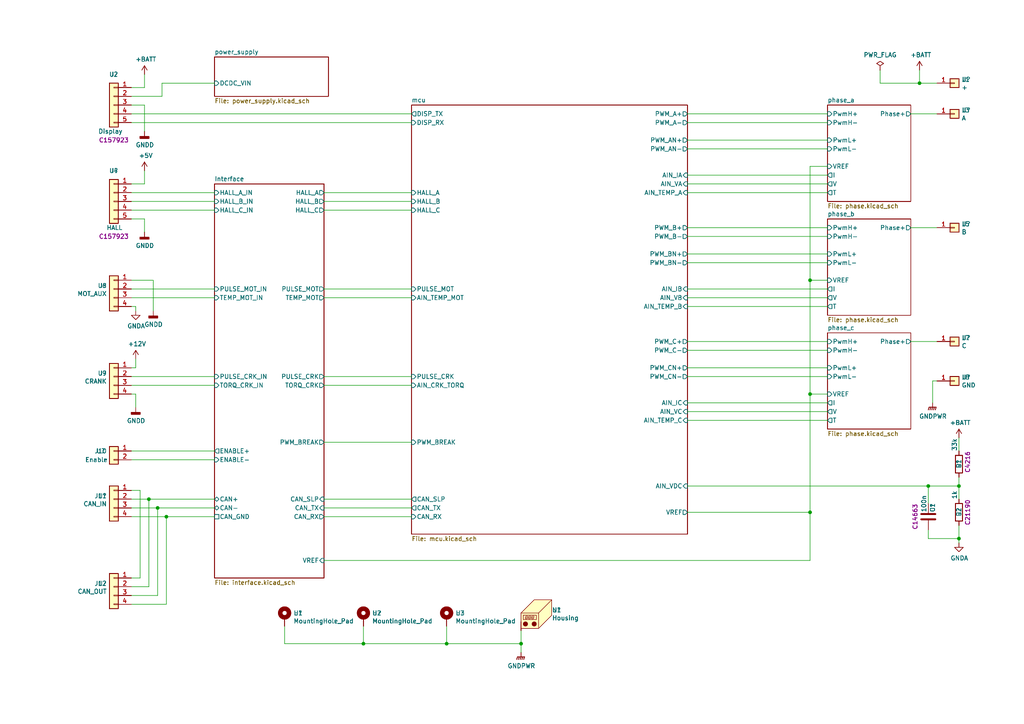
<source format=kicad_sch>
(kicad_sch (version 20211123) (generator eeschema)
  (paper "A4")
  (title_block (title "UNIMOC Hardware 4850") (date "2021-03-28") (rev "2") (company "Thunderdrive GmbH") (comment 4 "Autor: Alexander Evers <tecnologic86@gmail.com>"))
  (lib_symbols
    (symbol "Connector_Generic:Conn_01x01" (pin_names (offset 1.016) hide)
      (property "Reference" "J" (at 0 2.54 0))
      (property "Value" "Conn_01x01" (at 0 -2.54 0))
      (symbol "Conn_01x01_1_1"
        (rectangle (start -1.27 0.127) (end 0 -0.127) (stroke (width 0.1524)))
        (rectangle (start -1.27 1.27) (end 1.27 -1.27) (stroke (width 0.254)) (fill (type background)))
        (pin passive line (at -5.08 0 0) (length 3.81) (name "Pin_1") (number "1"))
      )
    )
    (symbol "Connector_Generic:Conn_01x02" (pin_names (offset 1.016) hide)
      (property "Reference" "J" (at 0 2.54 0))
      (property "Value" "Conn_01x02" (at 0 -5.08 0))
      (symbol "Conn_01x02_1_1"
        (rectangle (start -1.27 -2.413) (end 0 -2.667) (stroke (width 0.1524)))
        (rectangle (start -1.27 0.127) (end 0 -0.127) (stroke (width 0.1524)))
        (rectangle (start -1.27 1.27) (end 1.27 -3.81) (stroke (width 0.254)) (fill (type background)))
        (pin passive line (at -5.08 0 0) (length 3.81) (name "Pin_1") (number "1"))
        (pin passive line (at -5.08 -2.54 0) (length 3.81) (name "Pin_2") (number "2"))
      )
    )
    (symbol "Connector_Generic:Conn_01x04" (pin_names (offset 1.016) hide)
      (property "Reference" "J" (at 0 5.08 0))
      (property "Value" "Conn_01x04" (at 0 -7.62 0))
      (symbol "Conn_01x04_1_1"
        (rectangle (start -1.27 -4.953) (end 0 -5.207) (stroke (width 0.1524)))
        (rectangle (start -1.27 -2.413) (end 0 -2.667) (stroke (width 0.1524)))
        (rectangle (start -1.27 0.127) (end 0 -0.127) (stroke (width 0.1524)))
        (rectangle (start -1.27 2.667) (end 0 2.413) (stroke (width 0.1524)))
        (rectangle (start -1.27 3.81) (end 1.27 -6.35) (stroke (width 0.254)) (fill (type background)))
        (pin passive line (at -5.08 2.54 0) (length 3.81) (name "Pin_1") (number "1"))
        (pin passive line (at -5.08 0 0) (length 3.81) (name "Pin_2") (number "2"))
        (pin passive line (at -5.08 -2.54 0) (length 3.81) (name "Pin_3") (number "3"))
        (pin passive line (at -5.08 -5.08 0) (length 3.81) (name "Pin_4") (number "4"))
      )
    )
    (symbol "Connector_Generic:Conn_01x05" (pin_names (offset 1.016) hide)
      (property "Reference" "J" (at 0 7.62 0))
      (property "Value" "Conn_01x05" (at 0 -7.62 0))
      (symbol "Conn_01x05_1_1"
        (rectangle (start -1.27 -4.953) (end 0 -5.207) (stroke (width 0.1524)))
        (rectangle (start -1.27 -2.413) (end 0 -2.667) (stroke (width 0.1524)))
        (rectangle (start -1.27 0.127) (end 0 -0.127) (stroke (width 0.1524)))
        (rectangle (start -1.27 2.667) (end 0 2.413) (stroke (width 0.1524)))
        (rectangle (start -1.27 5.207) (end 0 4.953) (stroke (width 0.1524)))
        (rectangle (start -1.27 6.35) (end 1.27 -6.35) (stroke (width 0.254)) (fill (type background)))
        (pin passive line (at -5.08 5.08 0) (length 3.81) (name "Pin_1") (number "1"))
        (pin passive line (at -5.08 2.54 0) (length 3.81) (name "Pin_2") (number "2"))
        (pin passive line (at -5.08 0 0) (length 3.81) (name "Pin_3") (number "3"))
        (pin passive line (at -5.08 -2.54 0) (length 3.81) (name "Pin_4") (number "4"))
        (pin passive line (at -5.08 -5.08 0) (length 3.81) (name "Pin_5") (number "5"))
      )
    )
    (symbol "Device:C" (pin_numbers hide) (pin_names (offset 0.254))
      (property "Reference" "C" (at 0.635 2.54 0))
      (property "Value" "C" (at 0.635 -2.54 0))
      (symbol "C_0_1"
        (polyline (pts (xy -2.032 -0.762) (xy 2.032 -0.762)) (stroke (width 0.508)))
        (polyline (pts (xy -2.032 0.762) (xy 2.032 0.762)) (stroke (width 0.508)))
      )
      (symbol "C_1_1"
        (pin passive line (at 0 3.81 270) (length 2.794) (name "~") (number "1"))
        (pin passive line (at 0 -3.81 90) (length 2.794) (name "~") (number "2"))
      )
    )
    (symbol "Device:R" (pin_numbers hide) (pin_names (offset 0))
      (property "Reference" "R" (at 2.032 0 90))
      (property "Value" "R" (at 0 0 90))
      (symbol "R_0_1"
        (rectangle (start -1.016 -2.54) (end 1.016 2.54) (stroke (width 0.254)))
      )
      (symbol "R_1_1"
        (pin passive line (at 0 3.81 270) (length 1.27) (name "~") (number "1"))
        (pin passive line (at 0 -3.81 90) (length 1.27) (name "~") (number "2"))
      )
    )
    (symbol "Mechanical:Housing_Pad" (pin_numbers hide) (pin_names (offset 1.016) hide)
      (property "Reference" "N" (at 4.445 0 0))
      (property "Value" "Housing_Pad" (at 4.445 -1.905 0))
      (symbol "Housing_Pad_0_1"
        (rectangle (start -4.445 -0.635) (end -0.635 -1.905))
        (circle (center -3.81 -3.175) (radius 0.635) (fill (type outline)))
        (circle (center -1.27 -3.175) (radius 0.635) (fill (type outline)))
        (polyline (pts (xy -3.8862 -1.5748) (xy -3.8354 -1.3716)))
        (polyline (pts (xy -3.7846 -1.6764) (xy -3.429 -1.6764)))
        (polyline (pts (xy -3.7846 -1.2192) (xy -3.7338 -0.9652)))
        (polyline (pts (xy -3.683 -1.3208) (xy -3.3782 -1.3208)))
        (polyline (pts (xy -3.5814 -0.9144) (xy -3.2766 -0.9144)))
        (polyline (pts (xy -3.2766 -1.6256) (xy -3.2258 -1.3716)))
        (polyline (pts (xy -3.175 -1.2192) (xy -3.1242 -0.9652)))
        (polyline (pts (xy -2.9718 -1.5748) (xy -2.921 -1.3716)))
        (polyline (pts (xy -2.8702 -1.6764) (xy -2.5146 -1.6764)))
        (polyline (pts (xy -2.8702 -1.2192) (xy -2.8194 -0.9652)))
        (polyline (pts (xy -2.7686 -1.3208) (xy -2.4638 -1.3208)))
        (polyline (pts (xy -2.667 -0.9144) (xy -2.3622 -0.9144)))
        (polyline (pts (xy -2.3622 -1.6256) (xy -2.3114 -1.3716)))
        (polyline (pts (xy -2.2606 -1.2192) (xy -2.2098 -0.9652)))
        (polyline (pts (xy -2.0574 -1.5748) (xy -2.0066 -1.3716)))
        (polyline (pts (xy -1.9558 -1.6764) (xy -1.6002 -1.6764)))
        (polyline (pts (xy -1.9558 -1.2192) (xy -1.905 -0.9652)))
        (polyline (pts (xy -1.8542 -1.3208) (xy -1.5494 -1.3208)))
        (polyline (pts (xy -1.7526 -0.9144) (xy -1.4478 -0.9144)))
        (polyline (pts (xy -1.4478 -1.6256) (xy -1.397 -1.3716)))
        (polyline (pts (xy -1.3462 -1.2192) (xy -1.2954 -0.9652)))
        (polyline (pts (xy 0 0) (xy 0 -4.445)))
        (polyline (pts (xy -5.08 0) (xy 0 0) (xy 3.81 3.81)))
        (polyline (pts (xy -5.08 0) (xy -5.08 -4.445) (xy 0 -4.445) (xy 3.81 -0.635) (xy 3.81 3.81) (xy -1.27 3.81) (xy -5.08 0)) (fill (type background)))
      )
      (symbol "Housing_Pad_1_1"
        (pin input line (at -5.08 -5.08 90) (length 2.54) (name "PAD") (number "1"))
      )
    )
    (symbol "Mechanical:MountingHole_Pad" (pin_numbers hide) (pin_names (offset 1.016) hide)
      (property "Reference" "H" (at 0 6.35 0))
      (property "Value" "MountingHole_Pad" (at 0 4.445 0))
      (symbol "MountingHole_Pad_0_1"
        (circle (center 0 1.27) (radius 1.27) (stroke (width 1.27)))
      )
      (symbol "MountingHole_Pad_1_1"
        (pin input line (at 0 -2.54 90) (length 2.54) (name "1") (number "1"))
      )
    )
    (symbol "power:+12V" (power) (pin_names (offset 0))
      (property "Value" "+12V" (at 0 3.556 0))
      (symbol "+12V_0_1"
        (polyline (pts (xy -0.762 1.27) (xy 0 2.54)))
        (polyline (pts (xy 0 0) (xy 0 2.54)))
        (polyline (pts (xy 0 2.54) (xy 0.762 1.27)))
      )
      (symbol "+12V_1_1"
        (pin power_in line (at 0 0 90) (length 0) hide (name "+12V") (number "1"))
      )
    )
    (symbol "power:+5V" (power) (pin_names (offset 0))
      (property "Value" "+5V" (at 0 3.556 0))
      (symbol "+5V_0_1"
        (polyline (pts (xy -0.762 1.27) (xy 0 2.54)))
        (polyline (pts (xy 0 0) (xy 0 2.54)))
        (polyline (pts (xy 0 2.54) (xy 0.762 1.27)))
      )
      (symbol "+5V_1_1"
        (pin power_in line (at 0 0 90) (length 0) hide (name "+5V") (number "1"))
      )
    )
    (symbol "power:+BATT" (power) (pin_names (offset 0))
      (property "Value" "+BATT" (at 0 3.556 0))
      (symbol "+BATT_0_1"
        (polyline (pts (xy -0.762 1.27) (xy 0 2.54)))
        (polyline (pts (xy 0 0) (xy 0 2.54)))
        (polyline (pts (xy 0 2.54) (xy 0.762 1.27)))
      )
      (symbol "+BATT_1_1"
        (pin power_in line (at 0 0 90) (length 0) hide (name "+BATT") (number "1"))
      )
    )
    (symbol "power:GNDA" (power) (pin_names (offset 0))
      (property "Value" "GNDA" (at 0 -3.81 0))
      (symbol "GNDA_0_1"
        (polyline (pts (xy 0 0) (xy 0 -1.27) (xy 1.27 -1.27) (xy 0 -2.54) (xy -1.27 -1.27) (xy 0 -1.27)))
      )
      (symbol "GNDA_1_1"
        (pin power_in line (at 0 0 270) (length 0) hide (name "GNDA") (number "1"))
      )
    )
    (symbol "power:GNDD" (power) (pin_names (offset 0))
      (property "Value" "GNDD" (at 0 -3.175 0))
      (symbol "GNDD_0_1"
        (rectangle (start -1.27 -1.524) (end 1.27 -2.032) (stroke (width 0.254)) (fill (type outline)))
        (polyline (pts (xy 0 0) (xy 0 -1.524)))
      )
      (symbol "GNDD_1_1"
        (pin power_in line (at 0 0 270) (length 0) hide (name "GNDD") (number "1"))
      )
    )
    (symbol "power:GNDPWR" (power) (pin_names (offset 0))
      (property "Value" "GNDPWR" (at 0 -3.302 0))
      (symbol "GNDPWR_0_1"
        (polyline (pts (xy 0 -1.27) (xy 0 0)))
        (polyline (pts (xy -1.016 -1.27) (xy -1.27 -2.032) (xy -1.27 -2.032)) (stroke (width 0.2032)))
        (polyline (pts (xy -0.508 -1.27) (xy -0.762 -2.032) (xy -0.762 -2.032)) (stroke (width 0.2032)))
        (polyline (pts (xy 0 -1.27) (xy -0.254 -2.032) (xy -0.254 -2.032)) (stroke (width 0.2032)))
        (polyline (pts (xy 0.508 -1.27) (xy 0.254 -2.032) (xy 0.254 -2.032)) (stroke (width 0.2032)))
        (polyline (pts (xy 1.016 -1.27) (xy -1.016 -1.27) (xy -1.016 -1.27)) (stroke (width 0.2032)))
        (polyline (pts (xy 1.016 -1.27) (xy 0.762 -2.032) (xy 0.762 -2.032) (xy 0.762 -2.032)) (stroke (width 0.2032)))
      )
      (symbol "GNDPWR_1_1"
        (pin power_in line (at 0 0 270) (length 0) hide (name "GNDPWR") (number "1"))
      )
    )
    (symbol "power:PWR_FLAG" (power) (pin_numbers hide) (pin_names (offset 0) hide)
      (property "Value" "PWR_FLAG" (at 0 3.81 0))
      (symbol "PWR_FLAG_0_0"
        (pin power_out line (at 0 0 90) (length 0) (name "pwr") (number "1"))
      )
      (symbol "PWR_FLAG_0_1"
        (polyline (pts (xy 0 0) (xy 0 1.27) (xy -1.016 1.905) (xy 0 2.54) (xy 1.016 1.905) (xy 0 1.27)))
      )
    )
  )
  (junction (at 48.26 149.86))
  (junction (at 43.18 144.78))
  (junction (at 234.95 148.59))
  (junction (at 151.13 186.69))
  (junction (at 278.13 156.21))
  (junction (at 234.95 81.28))
  (junction (at 105.41 186.69))
  (junction (at 129.54 186.69))
  (junction (at 278.13 140.97))
  (junction (at 45.72 147.32))
  (junction (at 234.95 114.3))
  (junction (at 269.24 140.97))
  (junction (at 266.7 24.13))
  (wire (pts (xy 271.78 99.06) (xy 264.16 99.06)))
  (wire (pts (xy 41.91 53.34) (xy 41.91 49.53)))
  (wire (pts (xy 151.13 186.69) (xy 129.54 186.69)))
  (wire (pts (xy 38.1 53.34) (xy 41.91 53.34)))
  (wire (pts (xy 240.03 55.88) (xy 199.39 55.88)))
  (wire (pts (xy 266.7 24.13) (xy 255.27 24.13)))
  (wire (pts (xy 38.1 149.86) (xy 48.26 149.86)))
  (wire (pts (xy 38.1 130.81) (xy 62.23 130.81)))
  (wire (pts (xy 45.72 147.32) (xy 45.72 172.72)))
  (wire (pts (xy 38.1 86.36) (xy 62.23 86.36)))
  (wire (pts (xy 82.55 186.69) (xy 82.55 181.61)))
  (wire (pts (xy 38.1 25.4) (xy 41.91 25.4)))
  (wire (pts (xy 119.38 144.78) (xy 93.98 144.78)))
  (wire (pts (xy 46.99 24.13) (xy 62.23 24.13)))
  (wire (pts (xy 38.1 55.88) (xy 62.23 55.88)))
  (wire (pts (xy 234.95 162.56) (xy 234.95 148.59)))
  (wire (pts (xy 151.13 186.69) (xy 151.13 189.23)))
  (wire (pts (xy 269.24 146.05) (xy 269.24 140.97)))
  (wire (pts (xy 240.03 101.6) (xy 199.39 101.6)))
  (wire (pts (xy 93.98 109.22) (xy 119.38 109.22)))
  (wire (pts (xy 199.39 140.97) (xy 269.24 140.97)))
  (wire (pts (xy 41.91 30.48) (xy 38.1 30.48)))
  (wire (pts (xy 129.54 186.69) (xy 129.54 181.61)))
  (wire (pts (xy 41.91 63.5) (xy 41.91 67.31)))
  (wire (pts (xy 234.95 148.59) (xy 234.95 114.3)))
  (wire (pts (xy 93.98 128.27) (xy 119.38 128.27)))
  (wire (pts (xy 240.03 66.04) (xy 199.39 66.04)))
  (wire (pts (xy 278.13 157.48) (xy 278.13 156.21)))
  (wire (pts (xy 240.03 114.3) (xy 234.95 114.3)))
  (wire (pts (xy 234.95 81.28) (xy 234.95 48.26)))
  (wire (pts (xy 266.7 24.13) (xy 266.7 20.32)))
  (wire (pts (xy 240.03 116.84) (xy 199.39 116.84)))
  (wire (pts (xy 93.98 111.76) (xy 119.38 111.76)))
  (wire (pts (xy 62.23 144.78) (xy 43.18 144.78)))
  (wire (pts (xy 38.1 111.76) (xy 62.23 111.76)))
  (wire (pts (xy 269.24 156.21) (xy 269.24 153.67)))
  (wire (pts (xy 93.98 58.42) (xy 119.38 58.42)))
  (wire (pts (xy 240.03 76.2) (xy 199.39 76.2)))
  (wire (pts (xy 199.39 86.36) (xy 240.03 86.36)))
  (wire (pts (xy 93.98 147.32) (xy 119.38 147.32)))
  (wire (pts (xy 278.13 152.4) (xy 278.13 156.21)))
  (wire (pts (xy 62.23 149.86) (xy 48.26 149.86)))
  (wire (pts (xy 41.91 25.4) (xy 41.91 21.59)))
  (wire (pts (xy 38.1 133.35) (xy 62.23 133.35)))
  (wire (pts (xy 44.45 81.28) (xy 44.45 90.17)))
  (wire (pts (xy 38.1 81.28) (xy 44.45 81.28)))
  (wire (pts (xy 240.03 35.56) (xy 199.39 35.56)))
  (wire (pts (xy 240.03 68.58) (xy 199.39 68.58)))
  (wire (pts (xy 38.1 167.64) (xy 40.64 167.64)))
  (wire (pts (xy 38.1 172.72) (xy 45.72 172.72)))
  (wire (pts (xy 62.23 60.96) (xy 38.1 60.96)))
  (wire (pts (xy 39.37 106.68) (xy 39.37 104.14)))
  (wire (pts (xy 199.39 53.34) (xy 240.03 53.34)))
  (wire (pts (xy 48.26 175.26) (xy 38.1 175.26)))
  (wire (pts (xy 234.95 114.3) (xy 234.95 81.28)))
  (wire (pts (xy 199.39 33.02) (xy 240.03 33.02)))
  (wire (pts (xy 40.64 142.24) (xy 38.1 142.24)))
  (wire (pts (xy 234.95 48.26) (xy 240.03 48.26)))
  (wire (pts (xy 151.13 182.88) (xy 151.13 186.69)))
  (wire (pts (xy 278.13 130.81) (xy 278.13 127)))
  (wire (pts (xy 39.37 114.3) (xy 39.37 118.11)))
  (wire (pts (xy 199.39 119.38) (xy 240.03 119.38)))
  (wire (pts (xy 38.1 147.32) (xy 45.72 147.32)))
  (wire (pts (xy 255.27 24.13) (xy 255.27 20.32)))
  (wire (pts (xy 271.78 33.02) (xy 264.16 33.02)))
  (wire (pts (xy 41.91 30.48) (xy 41.91 38.1)))
  (wire (pts (xy 40.64 167.64) (xy 40.64 142.24)))
  (wire (pts (xy 234.95 148.59) (xy 199.39 148.59)))
  (wire (pts (xy 38.1 144.78) (xy 43.18 144.78)))
  (wire (pts (xy 38.1 27.94) (xy 46.99 27.94)))
  (wire (pts (xy 38.1 114.3) (xy 39.37 114.3)))
  (wire (pts (xy 271.78 24.13) (xy 266.7 24.13)))
  (wire (pts (xy 240.03 83.82) (xy 199.39 83.82)))
  (wire (pts (xy 278.13 156.21) (xy 269.24 156.21)))
  (wire (pts (xy 38.1 33.02) (xy 119.38 33.02)))
  (wire (pts (xy 270.51 110.49) (xy 270.51 116.84)))
  (wire (pts (xy 240.03 50.8) (xy 199.39 50.8)))
  (wire (pts (xy 38.1 35.56) (xy 119.38 35.56)))
  (wire (pts (xy 38.1 109.22) (xy 62.23 109.22)))
  (wire (pts (xy 119.38 149.86) (xy 93.98 149.86)))
  (wire (pts (xy 240.03 81.28) (xy 234.95 81.28)))
  (wire (pts (xy 240.03 99.06) (xy 199.39 99.06)))
  (wire (pts (xy 46.99 27.94) (xy 46.99 24.13)))
  (wire (pts (xy 199.39 88.9) (xy 240.03 88.9)))
  (wire (pts (xy 38.1 63.5) (xy 41.91 63.5)))
  (wire (pts (xy 119.38 55.88) (xy 93.98 55.88)))
  (wire (pts (xy 62.23 147.32) (xy 45.72 147.32)))
  (wire (pts (xy 105.41 186.69) (xy 105.41 181.61)))
  (wire (pts (xy 38.1 106.68) (xy 39.37 106.68)))
  (wire (pts (xy 271.78 110.49) (xy 270.51 110.49)))
  (wire (pts (xy 43.18 170.18) (xy 38.1 170.18)))
  (wire (pts (xy 43.18 144.78) (xy 43.18 170.18)))
  (wire (pts (xy 38.1 83.82) (xy 62.23 83.82)))
  (wire (pts (xy 199.39 109.22) (xy 240.03 109.22)))
  (wire (pts (xy 129.54 186.69) (xy 105.41 186.69)))
  (wire (pts (xy 271.78 66.04) (xy 264.16 66.04)))
  (wire (pts (xy 38.1 88.9) (xy 39.37 88.9)))
  (wire (pts (xy 93.98 86.36) (xy 119.38 86.36)))
  (wire (pts (xy 240.03 40.64) (xy 199.39 40.64)))
  (wire (pts (xy 240.03 121.92) (xy 199.39 121.92)))
  (wire (pts (xy 240.03 73.66) (xy 199.39 73.66)))
  (wire (pts (xy 39.37 88.9) (xy 39.37 90.17)))
  (wire (pts (xy 38.1 58.42) (xy 62.23 58.42)))
  (wire (pts (xy 278.13 140.97) (xy 278.13 144.78)))
  (wire (pts (xy 278.13 138.43) (xy 278.13 140.97)))
  (wire (pts (xy 48.26 149.86) (xy 48.26 175.26)))
  (wire (pts (xy 105.41 186.69) (xy 82.55 186.69)))
  (wire (pts (xy 240.03 43.18) (xy 199.39 43.18)))
  (wire (pts (xy 93.98 162.56) (xy 234.95 162.56)))
  (wire (pts (xy 269.24 140.97) (xy 278.13 140.97)))
  (wire (pts (xy 240.03 106.68) (xy 199.39 106.68)))
  (wire (pts (xy 119.38 60.96) (xy 93.98 60.96)))
  (wire (pts (xy 119.38 83.82) (xy 93.98 83.82)))
  (symbol (lib_id "Connector_Generic:Conn_01x01") (at 276.86 33.02 0) (unit 1)
    (property "Reference" "J3" (at 278.892 31.9532 0) (effects (justify left)))
    (property "Value" "A" (at 278.892 34.2646 0) (effects (justify left)))
    (property "Footprint" "footprints:8X8X8.4MM TERMINAL" (effects hide))
  )
  (symbol (lib_id "Connector_Generic:Conn_01x01") (at 276.86 33.02 0) (unit 1)
    (property "Reference" "J3" (at 278.892 31.9532 0) (effects (justify left)))
    (property "Value" "A" (at 278.892 34.2646 0) (effects (justify left)))
    (property "Footprint" "footprints:8X8X8.4MM TERMINAL" (effects hide))
  )
  (symbol (lib_id "Connector_Generic:Conn_01x01") (at 276.86 24.13 0) (unit 1)
    (property "Reference" "J1" (at 278.892 23.0632 0) (effects (justify left)))
    (property "Value" "+" (at 278.892 25.3746 0) (effects (justify left)))
    (property "Footprint" "footprints:8X8X8.4MM TERMINAL" (effects hide))
  )
  (symbol (lib_id "Connector_Generic:Conn_01x01") (at 276.86 24.13 0) (unit 1)
    (property "Reference" "J1" (at 278.892 23.0632 0) (effects (justify left)))
    (property "Value" "+" (at 278.892 25.3746 0) (effects (justify left)))
    (property "Footprint" "footprints:8X8X8.4MM TERMINAL" (effects hide))
  )
  (symbol (lib_id "Connector_Generic:Conn_01x01") (at 276.86 66.04 0) (unit 1)
    (property "Reference" "J5" (at 278.892 64.9732 0) (effects (justify left)))
    (property "Value" "B" (at 278.892 67.2846 0) (effects (justify left)))
    (property "Footprint" "footprints:8X8X8.4MM TERMINAL" (effects hide))
  )
  (symbol (lib_id "Connector_Generic:Conn_01x01") (at 276.86 66.04 0) (unit 1)
    (property "Reference" "J5" (at 278.892 64.9732 0) (effects (justify left)))
    (property "Value" "B" (at 278.892 67.2846 0) (effects (justify left)))
    (property "Footprint" "footprints:8X8X8.4MM TERMINAL" (effects hide))
  )
  (symbol (lib_id "Connector_Generic:Conn_01x01") (at 276.86 99.06 0) (unit 1)
    (property "Reference" "J7" (at 278.892 97.9932 0) (effects (justify left)))
    (property "Value" "C" (at 278.892 100.3046 0) (effects (justify left)))
    (property "Footprint" "footprints:8X8X8.4MM TERMINAL" (effects hide))
  )
  (symbol (lib_id "Connector_Generic:Conn_01x01") (at 276.86 99.06 0) (unit 1)
    (property "Reference" "J7" (at 278.892 97.9932 0) (effects (justify left)))
    (property "Value" "C" (at 278.892 100.3046 0) (effects (justify left)))
    (property "Footprint" "footprints:8X8X8.4MM TERMINAL" (effects hide))
  )
  (symbol (lib_id "Connector_Generic:Conn_01x01") (at 276.86 110.49 0) (unit 1)
    (property "Reference" "J8" (at 278.892 109.4232 0) (effects (justify left)))
    (property "Value" "GND" (at 278.892 111.7346 0) (effects (justify left)))
    (property "Footprint" "footprints:8X8X8.4MM TERMINAL" (effects hide))
  )
  (symbol (lib_id "Connector_Generic:Conn_01x01") (at 276.86 110.49 0) (unit 1)
    (property "Reference" "J8" (at 278.892 109.4232 0) (effects (justify left)))
    (property "Value" "GND" (at 278.892 111.7346 0) (effects (justify left)))
    (property "Footprint" "footprints:8X8X8.4MM TERMINAL" (effects hide))
  )
  (symbol (lib_id "power:GNDPWR") (at 270.51 116.84 0) (unit 1)
    (property "Reference" "#PWR09" (effects hide))
    (property "Value" "GNDPWR" (at 270.6116 120.7516 0))
  )
  (symbol (lib_id "power:GNDPWR") (at 270.51 116.84 0) (unit 1)
    (property "Reference" "#PWR09" (effects hide))
    (property "Value" "GNDPWR" (at 270.6116 120.7516 0))
  )
  (symbol (lib_id "power:PWR_FLAG") (at 255.27 20.32 0) (unit 1)
    (property "Reference" "#FLG01" (effects hide))
    (property "Value" "PWR_FLAG" (at 255.27 15.9258 0))
  )
  (symbol (lib_id "power:PWR_FLAG") (at 255.27 20.32 0) (unit 1)
    (property "Reference" "#FLG01" (effects hide))
    (property "Value" "PWR_FLAG" (at 255.27 15.9258 0))
  )
  (symbol (lib_id "Mechanical:Housing_Pad") (at 156.21 177.8 0) (unit 1)
    (property "Reference" "N1" (at 160.0962 176.9364 0) (effects (justify left)))
    (property "Value" "Housing" (at 160.0962 179.2478 0) (effects (justify left)))
    (property "Footprint" "footprints:RND-455-00370" (effects hide))
  )
  (symbol (lib_id "Mechanical:Housing_Pad") (at 156.21 177.8 0) (unit 1)
    (property "Reference" "N1" (at 160.0962 176.9364 0) (effects (justify left)))
    (property "Value" "Housing" (at 160.0962 179.2478 0) (effects (justify left)))
    (property "Footprint" "footprints:RND-455-00370" (effects hide))
  )
  (symbol (lib_id "power:GNDPWR") (at 151.13 189.23 0) (unit 1)
    (property "Reference" "#PWR0108" (effects hide))
    (property "Value" "GNDPWR" (at 151.2316 193.1416 0))
  )
  (symbol (lib_id "power:GNDPWR") (at 151.13 189.23 0) (unit 1)
    (property "Reference" "#PWR0108" (effects hide))
    (property "Value" "GNDPWR" (at 151.2316 193.1416 0))
  )
  (symbol (lib_id "Connector_Generic:Conn_01x05") (at 33.02 58.42 0) (mirror y) (unit 1)
    (property "Reference" "J4" (at 34.29 49.53 0) (effects (justify left)))
    (property "Value" "HALL" (at 35.56 66.04 0) (effects (justify left)))
    (property "Footprint" "Connector_JST:JST_PH_B5B-PH-K_1x05_P2.00mm_Vertical" (effects hide))
    (property "Part#" "C157923" (at 33.02 68.58 0))
  )
  (symbol (lib_id "Connector_Generic:Conn_01x05") (at 33.02 58.42 0) (mirror y) (unit 1)
    (property "Reference" "J4" (at 34.29 49.53 0) (effects (justify left)))
    (property "Value" "HALL" (at 35.56 66.04 0) (effects (justify left)))
    (property "Footprint" "Connector_JST:JST_PH_B5B-PH-K_1x05_P2.00mm_Vertical" (effects hide))
    (property "Part#" "C157923" (at 33.02 68.58 0))
  )
  (symbol (lib_id "power:GNDD") (at 41.91 67.31 0) (unit 1)
    (property "Reference" "#PWR05" (effects hide))
    (property "Value" "GNDD" (at 42.0116 71.247 0))
  )
  (symbol (lib_id "power:GNDD") (at 41.91 67.31 0) (unit 1)
    (property "Reference" "#PWR05" (effects hide))
    (property "Value" "GNDD" (at 42.0116 71.247 0))
  )
  (symbol (lib_id "power:+5V") (at 41.91 49.53 0) (unit 1)
    (property "Reference" "#PWR04" (effects hide))
    (property "Value" "+5V" (at 42.291 45.1358 0))
  )
  (symbol (lib_id "power:+5V") (at 41.91 49.53 0) (unit 1)
    (property "Reference" "#PWR04" (effects hide))
    (property "Value" "+5V" (at 42.291 45.1358 0))
  )
  (symbol (lib_id "Connector_Generic:Conn_01x04") (at 33.02 83.82 0) (mirror y) (unit 1)
    (property "Reference" "J6" (at 30.988 82.8802 0) (effects (justify left)))
    (property "Value" "MOT_AUX" (at 30.988 85.1916 0) (effects (justify left)))
    (property "Footprint" "Connector_JST:JST_PH_B4B-PH-K_1x04_P2.00mm_Vertical" (effects hide))
  )
  (symbol (lib_id "Connector_Generic:Conn_01x04") (at 33.02 83.82 0) (mirror y) (unit 1)
    (property "Reference" "J6" (at 30.988 82.8802 0) (effects (justify left)))
    (property "Value" "MOT_AUX" (at 30.988 85.1916 0) (effects (justify left)))
    (property "Footprint" "Connector_JST:JST_PH_B4B-PH-K_1x04_P2.00mm_Vertical" (effects hide))
  )
  (symbol (lib_id "power:GNDD") (at 44.45 90.17 0) (unit 1)
    (property "Reference" "#PWR07" (effects hide))
    (property "Value" "GNDD" (at 44.5516 94.107 0))
  )
  (symbol (lib_id "power:GNDD") (at 44.45 90.17 0) (unit 1)
    (property "Reference" "#PWR07" (effects hide))
    (property "Value" "GNDD" (at 44.5516 94.107 0))
  )
  (symbol (lib_id "power:GNDA") (at 39.37 90.17 0) (unit 1)
    (property "Reference" "#PWR06" (effects hide))
    (property "Value" "GNDA" (at 39.497 94.5642 0))
  )
  (symbol (lib_id "power:GNDA") (at 39.37 90.17 0) (unit 1)
    (property "Reference" "#PWR06" (effects hide))
    (property "Value" "GNDA" (at 39.497 94.5642 0))
  )
  (symbol (lib_id "Connector_Generic:Conn_01x04") (at 33.02 109.22 0) (mirror y) (unit 1)
    (property "Reference" "J9" (at 30.988 108.2802 0) (effects (justify left)))
    (property "Value" "CRANK" (at 30.988 110.5916 0) (effects (justify left)))
    (property "Footprint" "Connector_JST:JST_PH_B4B-PH-K_1x04_P2.00mm_Vertical" (effects hide))
  )
  (symbol (lib_id "Connector_Generic:Conn_01x04") (at 33.02 109.22 0) (mirror y) (unit 1)
    (property "Reference" "J9" (at 30.988 108.2802 0) (effects (justify left)))
    (property "Value" "CRANK" (at 30.988 110.5916 0) (effects (justify left)))
    (property "Footprint" "Connector_JST:JST_PH_B4B-PH-K_1x04_P2.00mm_Vertical" (effects hide))
  )
  (symbol (lib_id "power:GNDD") (at 39.37 118.11 0) (unit 1)
    (property "Reference" "#PWR010" (effects hide))
    (property "Value" "GNDD" (at 39.4716 122.047 0))
  )
  (symbol (lib_id "power:GNDD") (at 39.37 118.11 0) (unit 1)
    (property "Reference" "#PWR010" (effects hide))
    (property "Value" "GNDD" (at 39.4716 122.047 0))
  )
  (symbol (lib_id "power:+12V") (at 39.37 104.14 0) (unit 1)
    (property "Reference" "#PWR08" (effects hide))
    (property "Value" "+12V" (at 39.751 99.7458 0))
  )
  (symbol (lib_id "power:+12V") (at 39.37 104.14 0) (unit 1)
    (property "Reference" "#PWR08" (effects hide))
    (property "Value" "+12V" (at 39.751 99.7458 0))
  )
  (symbol (lib_id "Connector_Generic:Conn_01x04") (at 33.02 144.78 0) (mirror y) (unit 1)
    (property "Reference" "J11" (at 30.988 143.8402 0) (effects (justify left)))
    (property "Value" "CAN_IN" (at 30.988 146.1516 0) (effects (justify left)))
    (property "Footprint" "Connector_JST:JST_PH_B4B-PH-K_1x04_P2.00mm_Vertical" (effects hide))
  )
  (symbol (lib_id "Connector_Generic:Conn_01x04") (at 33.02 144.78 0) (mirror y) (unit 1)
    (property "Reference" "J11" (at 30.988 143.8402 0) (effects (justify left)))
    (property "Value" "CAN_IN" (at 30.988 146.1516 0) (effects (justify left)))
    (property "Footprint" "Connector_JST:JST_PH_B4B-PH-K_1x04_P2.00mm_Vertical" (effects hide))
  )
  (symbol (lib_id "Connector_Generic:Conn_01x04") (at 33.02 170.18 0) (mirror y) (unit 1)
    (property "Reference" "J12" (at 30.988 169.2402 0) (effects (justify left)))
    (property "Value" "CAN_OUT" (at 30.988 171.5516 0) (effects (justify left)))
    (property "Footprint" "Connector_JST:JST_PH_B4B-PH-K_1x04_P2.00mm_Vertical" (effects hide))
  )
  (symbol (lib_id "Connector_Generic:Conn_01x04") (at 33.02 170.18 0) (mirror y) (unit 1)
    (property "Reference" "J12" (at 30.988 169.2402 0) (effects (justify left)))
    (property "Value" "CAN_OUT" (at 30.988 171.5516 0) (effects (justify left)))
    (property "Footprint" "Connector_JST:JST_PH_B4B-PH-K_1x04_P2.00mm_Vertical" (effects hide))
  )
  (symbol (lib_id "Mechanical:MountingHole_Pad") (at 129.54 179.07 0) (unit 1)
    (property "Reference" "H3" (at 132.08 177.8254 0) (effects (justify left)))
    (property "Value" "MountingHole_Pad" (at 132.08 180.1368 0) (effects (justify left)))
    (property "Footprint" "MountingHole:MountingHole_3.2mm_M3_Pad_Via" (effects hide))
  )
  (symbol (lib_id "Mechanical:MountingHole_Pad") (at 129.54 179.07 0) (unit 1)
    (property "Reference" "H3" (at 132.08 177.8254 0) (effects (justify left)))
    (property "Value" "MountingHole_Pad" (at 132.08 180.1368 0) (effects (justify left)))
    (property "Footprint" "MountingHole:MountingHole_3.2mm_M3_Pad_Via" (effects hide))
  )
  (symbol (lib_id "Mechanical:MountingHole_Pad") (at 105.41 179.07 0) (unit 1)
    (property "Reference" "H2" (at 107.95 177.8254 0) (effects (justify left)))
    (property "Value" "MountingHole_Pad" (at 107.95 180.1368 0) (effects (justify left)))
    (property "Footprint" "MountingHole:MountingHole_3.2mm_M3_Pad_Via" (effects hide))
  )
  (symbol (lib_id "Mechanical:MountingHole_Pad") (at 105.41 179.07 0) (unit 1)
    (property "Reference" "H2" (at 107.95 177.8254 0) (effects (justify left)))
    (property "Value" "MountingHole_Pad" (at 107.95 180.1368 0) (effects (justify left)))
    (property "Footprint" "MountingHole:MountingHole_3.2mm_M3_Pad_Via" (effects hide))
  )
  (symbol (lib_id "Mechanical:MountingHole_Pad") (at 82.55 179.07 0) (unit 1)
    (property "Reference" "H1" (at 85.09 177.8254 0) (effects (justify left)))
    (property "Value" "MountingHole_Pad" (at 85.09 180.1368 0) (effects (justify left)))
    (property "Footprint" "MountingHole:MountingHole_3.2mm_M3_Pad_Via" (effects hide))
  )
  (symbol (lib_id "Mechanical:MountingHole_Pad") (at 82.55 179.07 0) (unit 1)
    (property "Reference" "H1" (at 85.09 177.8254 0) (effects (justify left)))
    (property "Value" "MountingHole_Pad" (at 85.09 180.1368 0) (effects (justify left)))
    (property "Footprint" "MountingHole:MountingHole_3.2mm_M3_Pad_Via" (effects hide))
  )
  (symbol (lib_id "Connector_Generic:Conn_01x02") (at 33.02 130.81 0) (mirror y) (unit 1)
    (property "Reference" "J10" (at 29.21 130.81 0))
    (property "Value" "Enable" (at 27.94 133.35 0))
    (property "Footprint" "Connector_JST:JST_PH_B2B-PH-K_1x02_P2.00mm_Vertical" (effects hide))
  )
  (symbol (lib_id "Connector_Generic:Conn_01x02") (at 33.02 130.81 0) (mirror y) (unit 1)
    (property "Reference" "J10" (at 29.21 130.81 0))
    (property "Value" "Enable" (at 27.94 133.35 0))
    (property "Footprint" "Connector_JST:JST_PH_B2B-PH-K_1x02_P2.00mm_Vertical" (effects hide))
  )
  (symbol (lib_id "power:+BATT") (at 278.13 127 0) (unit 1)
    (property "Reference" "#PWR011" (effects hide))
    (property "Value" "+BATT" (at 278.511 122.6058 0))
  )
  (symbol (lib_id "power:+BATT") (at 278.13 127 0) (unit 1)
    (property "Reference" "#PWR011" (effects hide))
    (property "Value" "+BATT" (at 278.511 122.6058 0))
  )
  (symbol (lib_id "power:GNDA") (at 278.13 157.48 0) (unit 1)
    (property "Reference" "#PWR012" (effects hide))
    (property "Value" "GNDA" (at 278.257 161.8742 0))
  )
  (symbol (lib_id "power:GNDA") (at 278.13 157.48 0) (unit 1)
    (property "Reference" "#PWR012" (effects hide))
    (property "Value" "GNDA" (at 278.257 161.8742 0))
  )
  (symbol (lib_id "Device:C") (at 269.24 149.86 0) (mirror y) (unit 1)
    (property "Reference" "C1" (at 270.51 148.59 90) (effects (justify left)))
    (property "Value" "100n" (at 267.97 148.59 90) (effects (justify left)))
    (property "Footprint" "Capacitor_SMD:C_0603_1608Metric" (effects hide))
    (property "LCSC#" "C14663" (at 265.43 149.86 90))
  )
  (symbol (lib_id "Device:C") (at 269.24 149.86 0) (mirror y) (unit 1)
    (property "Reference" "C1" (at 270.51 148.59 90) (effects (justify left)))
    (property "Value" "100n" (at 267.97 148.59 90) (effects (justify left)))
    (property "Footprint" "Capacitor_SMD:C_0603_1608Metric" (effects hide))
    (property "LCSC#" "C14663" (at 265.43 149.86 90))
  )
  (symbol (lib_id "Device:R") (at 278.13 134.62 0) (unit 1)
    (property "Reference" "R1" (at 278.13 135.89 90) (effects (justify left)))
    (property "Value" "33k" (at 276.86 130.81 90) (effects (justify left)))
    (property "Footprint" "Resistor_SMD:R_0603_1608Metric" (effects hide))
    (property "LCSC#" "C4216" (at 280.67 137.16 90) (effects (justify left)))
  )
  (symbol (lib_id "Device:R") (at 278.13 134.62 0) (unit 1)
    (property "Reference" "R1" (at 278.13 135.89 90) (effects (justify left)))
    (property "Value" "33k" (at 276.86 130.81 90) (effects (justify left)))
    (property "Footprint" "Resistor_SMD:R_0603_1608Metric" (effects hide))
    (property "LCSC#" "C4216" (at 280.67 137.16 90) (effects (justify left)))
  )
  (symbol (lib_id "Device:R") (at 278.13 148.59 0) (unit 1)
    (property "Reference" "R2" (at 278.13 149.86 90) (effects (justify left)))
    (property "Value" "1k" (at 276.86 144.78 90) (effects (justify left)))
    (property "Footprint" "Resistor_SMD:R_0603_1608Metric" (effects hide))
    (property "LCSC#" "C21190" (at 280.67 152.4 90) (effects (justify left)))
  )
  (symbol (lib_id "Device:R") (at 278.13 148.59 0) (unit 1)
    (property "Reference" "R2" (at 278.13 149.86 90) (effects (justify left)))
    (property "Value" "1k" (at 276.86 144.78 90) (effects (justify left)))
    (property "Footprint" "Resistor_SMD:R_0603_1608Metric" (effects hide))
    (property "LCSC#" "C21190" (at 280.67 152.4 90) (effects (justify left)))
  )
  (symbol (lib_id "Connector_Generic:Conn_01x05") (at 33.02 30.48 0) (mirror y) (unit 1)
    (property "Reference" "J2" (at 34.29 21.59 0) (effects (justify left)))
    (property "Value" "Display" (at 35.56 38.1 0) (effects (justify left)))
    (property "Footprint" "Connector_JST:JST_PH_B5B-PH-K_1x05_P2.00mm_Vertical" (effects hide))
    (property "Part#" "C157923" (at 33.02 40.64 0))
  )
  (symbol (lib_id "Connector_Generic:Conn_01x05") (at 33.02 30.48 0) (mirror y) (unit 1)
    (property "Reference" "J2" (at 34.29 21.59 0) (effects (justify left)))
    (property "Value" "Display" (at 35.56 38.1 0) (effects (justify left)))
    (property "Footprint" "Connector_JST:JST_PH_B5B-PH-K_1x05_P2.00mm_Vertical" (effects hide))
    (property "Part#" "C157923" (at 33.02 40.64 0))
  )
  (symbol (lib_id "power:+BATT") (at 266.7 20.32 0) (unit 1)
    (property "Reference" "#PWR01" (effects hide))
    (property "Value" "+BATT" (at 267.081 15.9258 0))
  )
  (symbol (lib_id "power:+BATT") (at 266.7 20.32 0) (unit 1)
    (property "Reference" "#PWR01" (effects hide))
    (property "Value" "+BATT" (at 267.081 15.9258 0))
  )
  (symbol (lib_id "power:+BATT") (at 41.91 21.59 0) (unit 1)
    (property "Reference" "#PWR02" (effects hide))
    (property "Value" "+BATT" (at 42.291 17.1958 0))
  )
  (symbol (lib_id "power:+BATT") (at 41.91 21.59 0) (unit 1)
    (property "Reference" "#PWR02" (effects hide))
    (property "Value" "+BATT" (at 42.291 17.1958 0))
  )
  (symbol (lib_id "power:GNDD") (at 41.91 38.1 0) (unit 1)
    (property "Reference" "#PWR03" (effects hide))
    (property "Value" "GNDD" (at 42.0116 42.037 0))
  )
  (symbol (lib_id "power:GNDD") (at 41.91 38.1 0) (unit 1)
    (property "Reference" "#PWR03" (effects hide))
    (property "Value" "GNDD" (at 42.0116 42.037 0))
  )
  (sheet (at 240.03 30.48) (size 24.13 27.94)
    (property "Sheet name" "phase_a" (at 240.03 29.7684 0) (effects (justify left bottom)))
    (property "Sheet file" "phase.kicad_sch" (at 240.03 59.0046 0) (effects (justify left top)))
    (pin "PwmH+" input (at 240.03 33.02 180))
    (pin "PwmH-" input (at 240.03 35.56 180))
    (pin "PwmL+" input (at 240.03 40.64 180))
    (pin "PwmL-" input (at 240.03 43.18 180))
    (pin "I" output (at 240.03 50.8 180))
    (pin "VREF" input (at 240.03 48.26 180))
    (pin "V" output (at 240.03 53.34 180))
    (pin "T" output (at 240.03 55.88 180))
    (pin "Phase+" output (at 264.16 33.02 0))
  )
  (sheet (at 240.03 30.48) (size 24.13 27.94)
    (property "Sheet name" "phase_a" (at 240.03 29.7684 0) (effects (justify left bottom)))
    (property "Sheet file" "phase.kicad_sch" (at 240.03 59.0046 0) (effects (justify left top)))
    (pin "PwmH+" input (at 240.03 33.02 180))
    (pin "PwmH-" input (at 240.03 35.56 180))
    (pin "PwmL+" input (at 240.03 40.64 180))
    (pin "PwmL-" input (at 240.03 43.18 180))
    (pin "I" output (at 240.03 50.8 180))
    (pin "VREF" input (at 240.03 48.26 180))
    (pin "V" output (at 240.03 53.34 180))
    (pin "T" output (at 240.03 55.88 180))
    (pin "Phase+" output (at 264.16 33.02 0))
  )
  (sheet (at 240.03 63.5) (size 24.13 27.94)
    (property "Sheet name" "phase_b" (at 240.03 62.7884 0) (effects (justify left bottom)))
    (property "Sheet file" "phase.kicad_sch" (at 240.03 92.0246 0) (effects (justify left top)))
    (pin "I" output (at 240.03 83.82 180))
    (pin "PwmH+" input (at 240.03 66.04 180))
    (pin "VREF" input (at 240.03 81.28 180))
    (pin "PwmH-" input (at 240.03 68.58 180))
    (pin "PwmL+" input (at 240.03 73.66 180))
    (pin "PwmL-" input (at 240.03 76.2 180))
    (pin "V" output (at 240.03 86.36 180))
    (pin "T" output (at 240.03 88.9 180))
    (pin "Phase+" output (at 264.16 66.04 0))
  )
  (sheet (at 240.03 63.5) (size 24.13 27.94)
    (property "Sheet name" "phase_b" (at 240.03 62.7884 0) (effects (justify left bottom)))
    (property "Sheet file" "phase.kicad_sch" (at 240.03 92.0246 0) (effects (justify left top)))
    (pin "I" output (at 240.03 83.82 180))
    (pin "PwmH+" input (at 240.03 66.04 180))
    (pin "VREF" input (at 240.03 81.28 180))
    (pin "PwmH-" input (at 240.03 68.58 180))
    (pin "PwmL+" input (at 240.03 73.66 180))
    (pin "PwmL-" input (at 240.03 76.2 180))
    (pin "V" output (at 240.03 86.36 180))
    (pin "T" output (at 240.03 88.9 180))
    (pin "Phase+" output (at 264.16 66.04 0))
  )
  (sheet (at 240.03 96.52) (size 24.13 27.94)
    (property "Sheet name" "phase_c" (at 240.03 95.8084 0) (effects (justify left bottom)))
    (property "Sheet file" "phase.kicad_sch" (at 240.03 125.0446 0) (effects (justify left top)))
    (pin "I" output (at 240.03 116.84 180))
    (pin "PwmH+" input (at 240.03 99.06 180))
    (pin "VREF" input (at 240.03 114.3 180))
    (pin "PwmH-" input (at 240.03 101.6 180))
    (pin "PwmL+" input (at 240.03 106.68 180))
    (pin "PwmL-" input (at 240.03 109.22 180))
    (pin "V" output (at 240.03 119.38 180))
    (pin "T" output (at 240.03 121.92 180))
    (pin "Phase+" output (at 264.16 99.06 0))
  )
  (sheet (at 240.03 96.52) (size 24.13 27.94)
    (property "Sheet name" "phase_c" (at 240.03 95.8084 0) (effects (justify left bottom)))
    (property "Sheet file" "phase.kicad_sch" (at 240.03 125.0446 0) (effects (justify left top)))
    (pin "I" output (at 240.03 116.84 180))
    (pin "PwmH+" input (at 240.03 99.06 180))
    (pin "VREF" input (at 240.03 114.3 180))
    (pin "PwmH-" input (at 240.03 101.6 180))
    (pin "PwmL+" input (at 240.03 106.68 180))
    (pin "PwmL-" input (at 240.03 109.22 180))
    (pin "V" output (at 240.03 119.38 180))
    (pin "T" output (at 240.03 121.92 180))
    (pin "Phase+" output (at 264.16 99.06 0))
  )
  (sheet (at 62.23 16.51) (size 33.02 11.43)
    (property "Sheet name" "power_supply" (at 62.23 15.7984 0) (effects (justify left bottom)))
    (property "Sheet file" "power_supply.kicad_sch" (at 62.23 28.5246 0) (effects (justify left top)))
    (pin "DCDC_VIN" input (at 62.23 24.13 180))
  )
  (sheet (at 62.23 16.51) (size 33.02 11.43)
    (property "Sheet name" "power_supply" (at 62.23 15.7984 0) (effects (justify left bottom)))
    (property "Sheet file" "power_supply.kicad_sch" (at 62.23 28.5246 0) (effects (justify left top)))
    (pin "DCDC_VIN" input (at 62.23 24.13 180))
  )
  (sheet (at 119.38 30.48) (size 80.01 124.46)
    (property "Sheet name" "mcu" (at 119.38 29.7684 0) (effects (justify left bottom)))
    (property "Sheet file" "mcu.kicad_sch" (at 119.38 155.5246 0) (effects (justify left top)))
    (pin "VREF" output (at 199.39 148.59 0))
    (pin "PWM_BREAK" input (at 119.38 128.27 180))
    (pin "HALL_A" input (at 119.38 55.88 180))
    (pin "PWM_A+" output (at 199.39 33.02 0))
    (pin "PWM_B+" output (at 199.39 66.04 0))
    (pin "PWM_C+" output (at 199.39 99.06 0))
    (pin "PWM_AN+" output (at 199.39 40.64 0))
    (pin "PWM_BN+" output (at 199.39 73.66 0))
    (pin "PWM_CN+" output (at 199.39 106.68 0))
    (pin "HALL_B" input (at 119.38 58.42 180))
    (pin "HALL_C" input (at 119.38 60.96 180))
    (pin "DISP_TX" output (at 119.38 33.02 180))
    (pin "DISP_RX" input (at 119.38 35.56 180))
    (pin "CAN_RX" input (at 119.38 149.86 180))
    (pin "CAN_TX" output (at 119.38 147.32 180))
    (pin "AIN_IA" input (at 199.39 50.8 0))
    (pin "AIN_IB" input (at 199.39 83.82 0))
    (pin "AIN_IC" input (at 199.39 116.84 0))
    (pin "AIN_VDC" input (at 199.39 140.97 0))
    (pin "PWM_A-" output (at 199.39 35.56 0))
    (pin "PWM_B-" output (at 199.39 68.58 0))
    (pin "PWM_C-" output (at 199.39 101.6 0))
    (pin "PWM_AN-" output (at 199.39 43.18 0))
    (pin "PWM_BN-" output (at 199.39 76.2 0))
    (pin "PWM_CN-" output (at 199.39 109.22 0))
    (pin "CAN_SLP" output (at 119.38 144.78 180))
    (pin "AIN_TEMP_MOT" input (at 119.38 86.36 180))
    (pin "AIN_CRK_TORQ" input (at 119.38 111.76 180))
    (pin "PULSE_MOT" input (at 119.38 83.82 180))
    (pin "PULSE_CRK" input (at 119.38 109.22 180))
    (pin "AIN_TEMP_A" input (at 199.39 55.88 0))
    (pin "AIN_VA" input (at 199.39 53.34 0))
    (pin "AIN_TEMP_B" input (at 199.39 88.9 0))
    (pin "AIN_TEMP_C" input (at 199.39 121.92 0))
    (pin "AIN_VB" input (at 199.39 86.36 0))
    (pin "AIN_VC" input (at 199.39 119.38 0))
  )
  (sheet (at 119.38 30.48) (size 80.01 124.46)
    (property "Sheet name" "mcu" (at 119.38 29.7684 0) (effects (justify left bottom)))
    (property "Sheet file" "mcu.kicad_sch" (at 119.38 155.5246 0) (effects (justify left top)))
    (pin "VREF" output (at 199.39 148.59 0))
    (pin "PWM_BREAK" input (at 119.38 128.27 180))
    (pin "HALL_A" input (at 119.38 55.88 180))
    (pin "PWM_A+" output (at 199.39 33.02 0))
    (pin "PWM_B+" output (at 199.39 66.04 0))
    (pin "PWM_C+" output (at 199.39 99.06 0))
    (pin "PWM_AN+" output (at 199.39 40.64 0))
    (pin "PWM_BN+" output (at 199.39 73.66 0))
    (pin "PWM_CN+" output (at 199.39 106.68 0))
    (pin "HALL_B" input (at 119.38 58.42 180))
    (pin "HALL_C" input (at 119.38 60.96 180))
    (pin "DISP_TX" output (at 119.38 33.02 180))
    (pin "DISP_RX" input (at 119.38 35.56 180))
    (pin "CAN_RX" input (at 119.38 149.86 180))
    (pin "CAN_TX" output (at 119.38 147.32 180))
    (pin "AIN_IA" input (at 199.39 50.8 0))
    (pin "AIN_IB" input (at 199.39 83.82 0))
    (pin "AIN_IC" input (at 199.39 116.84 0))
    (pin "AIN_VDC" input (at 199.39 140.97 0))
    (pin "PWM_A-" output (at 199.39 35.56 0))
    (pin "PWM_B-" output (at 199.39 68.58 0))
    (pin "PWM_C-" output (at 199.39 101.6 0))
    (pin "PWM_AN-" output (at 199.39 43.18 0))
    (pin "PWM_BN-" output (at 199.39 76.2 0))
    (pin "PWM_CN-" output (at 199.39 109.22 0))
    (pin "CAN_SLP" output (at 119.38 144.78 180))
    (pin "AIN_TEMP_MOT" input (at 119.38 86.36 180))
    (pin "AIN_CRK_TORQ" input (at 119.38 111.76 180))
    (pin "PULSE_MOT" input (at 119.38 83.82 180))
    (pin "PULSE_CRK" input (at 119.38 109.22 180))
    (pin "AIN_TEMP_A" input (at 199.39 55.88 0))
    (pin "AIN_VA" input (at 199.39 53.34 0))
    (pin "AIN_TEMP_B" input (at 199.39 88.9 0))
    (pin "AIN_TEMP_C" input (at 199.39 121.92 0))
    (pin "AIN_VB" input (at 199.39 86.36 0))
    (pin "AIN_VC" input (at 199.39 119.38 0))
  )
  (sheet (at 62.23 53.34) (size 31.75 114.3)
    (property "Sheet name" "Interface" (at 62.23 52.6284 0) (effects (justify left bottom)))
    (property "Sheet file" "interface.kicad_sch" (at 62.23 168.2246 0) (effects (justify left top)))
    (pin "VREF" input (at 93.98 162.56 0))
    (pin "HALL_A_IN" input (at 62.23 55.88 180))
    (pin "HALL_B_IN" input (at 62.23 58.42 180))
    (pin "HALL_C_IN" input (at 62.23 60.96 180))
    (pin "PULSE_MOT_IN" input (at 62.23 83.82 180))
    (pin "TEMP_MOT_IN" input (at 62.23 86.36 180))
    (pin "HALL_A" output (at 93.98 55.88 0))
    (pin "HALL_B" output (at 93.98 58.42 0))
    (pin "HALL_C" output (at 93.98 60.96 0))
    (pin "PULSE_MOT" output (at 93.98 83.82 0))
    (pin "TEMP_MOT" output (at 93.98 86.36 0))
    (pin "PULSE_CRK_IN" input (at 62.23 109.22 180))
    (pin "TORQ_CRK_IN" input (at 62.23 111.76 180))
    (pin "PULSE_CRK" output (at 93.98 109.22 0))
    (pin "TORQ_CRK" output (at 93.98 111.76 0))
    (pin "CAN_TX" input (at 93.98 147.32 0))
    (pin "CAN_RX" output (at 93.98 149.86 0))
    (pin "CAN+" bidirectional (at 62.23 144.78 180))
    (pin "CAN-" bidirectional (at 62.23 147.32 180))
    (pin "CAN_GND" passive (at 62.23 149.86 180))
    (pin "CAN_SLP" input (at 93.98 144.78 0))
    (pin "PWM_BREAK" output (at 93.98 128.27 0))
    (pin "ENABLE+" output (at 62.23 130.81 180))
    (pin "ENABLE-" input (at 62.23 133.35 180))
  )
  (sheet (at 62.23 53.34) (size 31.75 114.3)
    (property "Sheet name" "Interface" (at 62.23 52.6284 0) (effects (justify left bottom)))
    (property "Sheet file" "interface.kicad_sch" (at 62.23 168.2246 0) (effects (justify left top)))
    (pin "VREF" input (at 93.98 162.56 0))
    (pin "HALL_A_IN" input (at 62.23 55.88 180))
    (pin "HALL_B_IN" input (at 62.23 58.42 180))
    (pin "HALL_C_IN" input (at 62.23 60.96 180))
    (pin "PULSE_MOT_IN" input (at 62.23 83.82 180))
    (pin "TEMP_MOT_IN" input (at 62.23 86.36 180))
    (pin "HALL_A" output (at 93.98 55.88 0))
    (pin "HALL_B" output (at 93.98 58.42 0))
    (pin "HALL_C" output (at 93.98 60.96 0))
    (pin "PULSE_MOT" output (at 93.98 83.82 0))
    (pin "TEMP_MOT" output (at 93.98 86.36 0))
    (pin "PULSE_CRK_IN" input (at 62.23 109.22 180))
    (pin "TORQ_CRK_IN" input (at 62.23 111.76 180))
    (pin "PULSE_CRK" output (at 93.98 109.22 0))
    (pin "TORQ_CRK" output (at 93.98 111.76 0))
    (pin "CAN_TX" input (at 93.98 147.32 0))
    (pin "CAN_RX" output (at 93.98 149.86 0))
    (pin "CAN+" bidirectional (at 62.23 144.78 180))
    (pin "CAN-" bidirectional (at 62.23 147.32 180))
    (pin "CAN_GND" passive (at 62.23 149.86 180))
    (pin "CAN_SLP" input (at 93.98 144.78 0))
    (pin "PWM_BREAK" output (at 93.98 128.27 0))
    (pin "ENABLE+" output (at 62.23 130.81 180))
    (pin "ENABLE-" input (at 62.23 133.35 180))
  )
)
</source>
